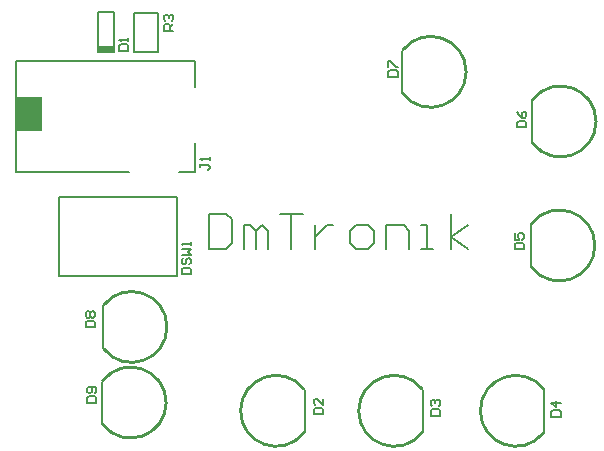
<source format=gto>
G04 Layer_Color=65535*
%FSLAX44Y44*%
%MOMM*%
G71*
G01*
G75*
%ADD12C,0.2000*%
%ADD24C,0.2540*%
%ADD25C,0.1500*%
%ADD26R,2.2000X3.0000*%
%ADD27R,1.4000X0.5000*%
D12*
X-20500Y252000D02*
X75500D01*
X-20500Y346000D02*
X131500D01*
X117500Y252000D02*
X131500D01*
Y277000D01*
Y324000D02*
Y346000D01*
X-20500Y252000D02*
Y346000D01*
X16000Y164000D02*
X116000D01*
X16000D02*
Y231000D01*
X116000D01*
Y164000D02*
Y231000D01*
X79840Y353490D02*
Y386510D01*
Y353490D02*
X100160D01*
Y386510D01*
X79840D02*
X100160D01*
X52870Y39220D02*
Y74780D01*
X53570Y103220D02*
Y138780D01*
X306870Y319220D02*
Y354780D01*
X416870Y277220D02*
Y312780D01*
X415870Y172220D02*
Y207780D01*
X427130Y32220D02*
Y67780D01*
X324130Y32220D02*
Y67780D01*
X224130Y32220D02*
Y67780D01*
X49000Y354000D02*
X63000D01*
Y388000D01*
X49000Y354000D02*
Y388000D01*
X63000D01*
X143000Y216990D02*
Y187000D01*
X157995D01*
X162994Y191998D01*
Y211992D01*
X157995Y216990D01*
X143000D01*
X172990Y187000D02*
Y206994D01*
X177989D01*
X182987Y201995D01*
Y187000D01*
Y201995D01*
X187985Y206994D01*
X192984Y201995D01*
Y187000D01*
X202981Y216990D02*
X222974D01*
X212977D01*
Y187000D01*
X232971Y206994D02*
Y187000D01*
Y196997D01*
X237969Y201995D01*
X242968Y206994D01*
X247966D01*
X267959Y187000D02*
X277956D01*
X282955Y191998D01*
Y201995D01*
X277956Y206994D01*
X267959D01*
X262961Y201995D01*
Y191998D01*
X267959Y187000D01*
X292951D02*
Y206994D01*
X307947D01*
X312945Y201995D01*
Y187000D01*
X322942D02*
X332938D01*
X327940D01*
Y206994D01*
X322942D01*
X347934Y187000D02*
Y216990D01*
Y196997D02*
X362929Y206994D01*
X347934Y196997D02*
X362929Y187000D01*
D24*
X53360Y38530D02*
G03*
X53360Y75470I23640J18470D01*
G01*
X54060Y102530D02*
G03*
X54060Y139470I23640J18470D01*
G01*
X307360Y318530D02*
G03*
X307360Y355470I23640J18470D01*
G01*
X417360Y276530D02*
G03*
X417360Y313470I23640J18470D01*
G01*
X416360Y171530D02*
G03*
X416360Y208470I23640J18470D01*
G01*
X426640Y68470D02*
G03*
X426640Y31530I-23640J-18470D01*
G01*
X323640Y68470D02*
G03*
X323640Y31530I-23640J-18470D01*
G01*
X223640Y68470D02*
G03*
X223640Y31530I-23640J-18470D01*
G01*
D25*
X136003Y259332D02*
Y256666D01*
Y257999D01*
X142667D01*
X144000Y256666D01*
Y255333D01*
X142667Y254000D01*
X144000Y261997D02*
Y264663D01*
Y263330D01*
X136003D01*
X137336Y261997D01*
X295003Y333000D02*
X303000D01*
Y336999D01*
X301667Y338332D01*
X296336D01*
X295003Y336999D01*
Y333000D01*
Y340997D02*
Y346329D01*
X296336D01*
X301667Y340997D01*
X303000D01*
X404003Y290000D02*
X412000D01*
Y293999D01*
X410667Y295332D01*
X405336D01*
X404003Y293999D01*
Y290000D01*
Y303329D02*
X405336Y300663D01*
X408001Y297997D01*
X410667D01*
X412000Y299330D01*
Y301996D01*
X410667Y303329D01*
X409334D01*
X408001Y301996D01*
Y297997D01*
X402003Y187000D02*
X410000D01*
Y190999D01*
X408667Y192332D01*
X403335D01*
X402003Y190999D01*
Y187000D01*
Y200329D02*
Y194997D01*
X406001D01*
X404668Y197663D01*
Y198996D01*
X406001Y200329D01*
X408667D01*
X410000Y198996D01*
Y196330D01*
X408667Y194997D01*
X433003Y45000D02*
X441000D01*
Y48999D01*
X439667Y50332D01*
X434336D01*
X433003Y48999D01*
Y45000D01*
X441000Y56996D02*
X433003D01*
X437001Y52997D01*
Y58329D01*
X331003Y46000D02*
X339000D01*
Y49999D01*
X337667Y51332D01*
X332336D01*
X331003Y49999D01*
Y46000D01*
X332336Y53997D02*
X331003Y55330D01*
Y57996D01*
X332336Y59329D01*
X333668D01*
X335001Y57996D01*
Y56663D01*
Y57996D01*
X336334Y59329D01*
X337667D01*
X339000Y57996D01*
Y55330D01*
X337667Y53997D01*
X232003Y47000D02*
X240000D01*
Y50999D01*
X238667Y52332D01*
X233335D01*
X232003Y50999D01*
Y47000D01*
X240000Y60329D02*
Y54997D01*
X234668Y60329D01*
X233335D01*
X232003Y58996D01*
Y56330D01*
X233335Y54997D01*
X120003Y166000D02*
X128000D01*
Y169999D01*
X126667Y171332D01*
X121335D01*
X120003Y169999D01*
Y166000D01*
X121335Y179329D02*
X120003Y177996D01*
Y175330D01*
X121335Y173997D01*
X122668D01*
X124001Y175330D01*
Y177996D01*
X125334Y179329D01*
X126667D01*
X128000Y177996D01*
Y175330D01*
X126667Y173997D01*
X120003Y181995D02*
X128000D01*
X125334Y184661D01*
X128000Y187326D01*
X120003D01*
X128000Y189992D02*
Y192658D01*
Y191325D01*
X120003D01*
X121335Y189992D01*
X67003Y355000D02*
X75000D01*
Y358999D01*
X73667Y360332D01*
X68335D01*
X67003Y358999D01*
Y355000D01*
X75000Y362997D02*
Y365663D01*
Y364330D01*
X67003D01*
X68335Y362997D01*
X38703Y121000D02*
X46700D01*
Y124999D01*
X45367Y126332D01*
X40036D01*
X38703Y124999D01*
Y121000D01*
X40036Y128997D02*
X38703Y130330D01*
Y132996D01*
X40036Y134329D01*
X41368D01*
X42701Y132996D01*
X44034Y134329D01*
X45367D01*
X46700Y132996D01*
Y130330D01*
X45367Y128997D01*
X44034D01*
X42701Y130330D01*
X41368Y128997D01*
X40036D01*
X42701Y130330D02*
Y132996D01*
X40003Y57000D02*
X48000D01*
Y60999D01*
X46667Y62332D01*
X41336D01*
X40003Y60999D01*
Y57000D01*
X46667Y64997D02*
X48000Y66330D01*
Y68996D01*
X46667Y70329D01*
X41336D01*
X40003Y68996D01*
Y66330D01*
X41336Y64997D01*
X42668D01*
X44001Y66330D01*
Y70329D01*
X113000Y372000D02*
X105003D01*
Y375999D01*
X106335Y377332D01*
X109001D01*
X110334Y375999D01*
Y372000D01*
Y374666D02*
X113000Y377332D01*
X106335Y379997D02*
X105003Y381330D01*
Y383996D01*
X106335Y385329D01*
X107668D01*
X109001Y383996D01*
Y382663D01*
Y383996D01*
X110334Y385329D01*
X111667D01*
X113000Y383996D01*
Y381330D01*
X111667Y379997D01*
D26*
X-9500Y301000D02*
D03*
D27*
X56000Y356500D02*
D03*
M02*

</source>
